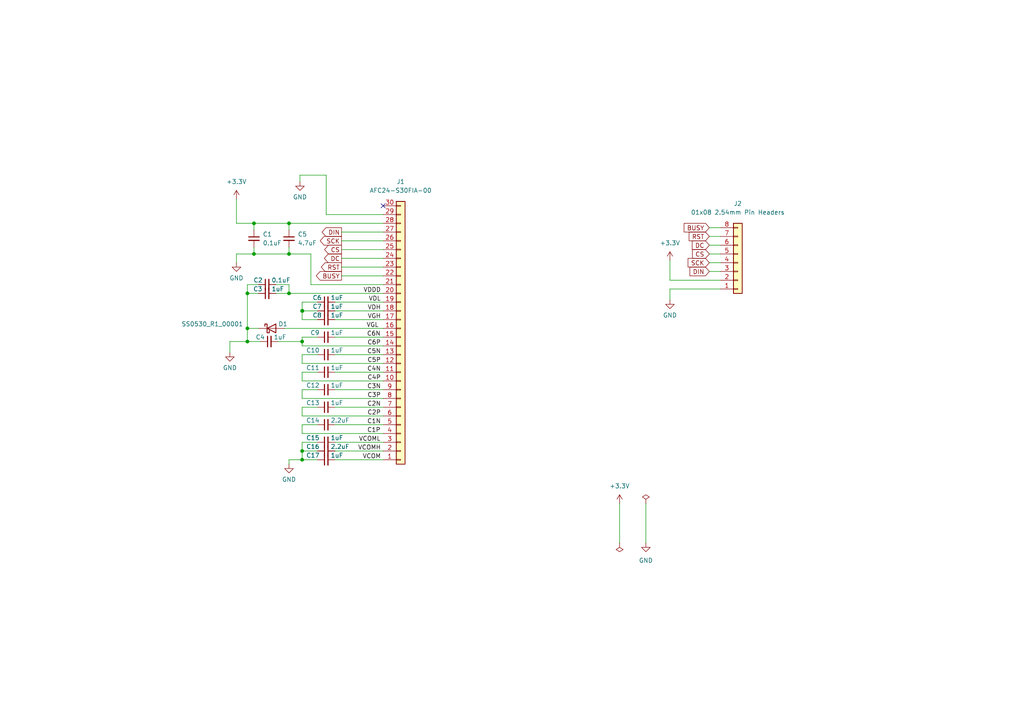
<source format=kicad_sch>
(kicad_sch (version 20211123) (generator eeschema)
  (paper "A4")
  (title_block (title "ALOIDIA Keyboard 1.02 inch e-Paper Display Module") (date "2022-07-09") (comment 1 "https://www.waveshare.com/1.02inch-e-paper.htm") (comment 2 "Datasheet: https://www.waveshare.com/w/upload/2/2b/1.02inch-e-Paper_Specification.pdf") (comment 3 "128×80, 1.02inch E-Ink Raw Display, Black/White Dual-Color, SPI Interface") (comment 4 "Author: Vincent Nguyen"))
  (lib_symbols
    (symbol "Connector_Generic:Conn_01x08" (pin_names (offset 1.016) hide)
      (property "Reference" "J" (at 0 10.16 0))
      (property "Value" "Conn_01x08" (at 0 -12.7 0))
      (symbol "Conn_01x08_1_1"
        (rectangle (start -1.27 -10.033) (end 0 -10.287) (stroke (width 0.1524)))
        (rectangle (start -1.27 -7.493) (end 0 -7.747) (stroke (width 0.1524)))
        (rectangle (start -1.27 -4.953) (end 0 -5.207) (stroke (width 0.1524)))
        (rectangle (start -1.27 -2.413) (end 0 -2.667) (stroke (width 0.1524)))
        (rectangle (start -1.27 0.127) (end 0 -0.127) (stroke (width 0.1524)))
        (rectangle (start -1.27 2.667) (end 0 2.413) (stroke (width 0.1524)))
        (rectangle (start -1.27 5.207) (end 0 4.953) (stroke (width 0.1524)))
        (rectangle (start -1.27 7.747) (end 0 7.493) (stroke (width 0.1524)))
        (rectangle (start -1.27 8.89) (end 1.27 -11.43) (stroke (width 0.254)) (fill (type background)))
        (pin passive line (at -5.08 7.62 0) (length 3.81) (name "Pin_1") (number "1"))
        (pin passive line (at -5.08 5.08 0) (length 3.81) (name "Pin_2") (number "2"))
        (pin passive line (at -5.08 2.54 0) (length 3.81) (name "Pin_3") (number "3"))
        (pin passive line (at -5.08 0 0) (length 3.81) (name "Pin_4") (number "4"))
        (pin passive line (at -5.08 -2.54 0) (length 3.81) (name "Pin_5") (number "5"))
        (pin passive line (at -5.08 -5.08 0) (length 3.81) (name "Pin_6") (number "6"))
        (pin passive line (at -5.08 -7.62 0) (length 3.81) (name "Pin_7") (number "7"))
        (pin passive line (at -5.08 -10.16 0) (length 3.81) (name "Pin_8") (number "8"))
      )
    )
    (symbol "Connector_Generic:Conn_01x30" (pin_names (offset 1.016) hide)
      (property "Reference" "J" (at 0 38.1 0))
      (property "Value" "Conn_01x30" (at 0 -40.64 0))
      (symbol "Conn_01x30_1_1"
        (rectangle (start -1.27 -37.973) (end 0 -38.227) (stroke (width 0.1524)))
        (rectangle (start -1.27 -35.433) (end 0 -35.687) (stroke (width 0.1524)))
        (rectangle (start -1.27 -32.893) (end 0 -33.147) (stroke (width 0.1524)))
        (rectangle (start -1.27 -30.353) (end 0 -30.607) (stroke (width 0.1524)))
        (rectangle (start -1.27 -27.813) (end 0 -28.067) (stroke (width 0.1524)))
        (rectangle (start -1.27 -25.273) (end 0 -25.527) (stroke (width 0.1524)))
        (rectangle (start -1.27 -22.733) (end 0 -22.987) (stroke (width 0.1524)))
        (rectangle (start -1.27 -20.193) (end 0 -20.447) (stroke (width 0.1524)))
        (rectangle (start -1.27 -17.653) (end 0 -17.907) (stroke (width 0.1524)))
        (rectangle (start -1.27 -15.113) (end 0 -15.367) (stroke (width 0.1524)))
        (rectangle (start -1.27 -12.573) (end 0 -12.827) (stroke (width 0.1524)))
        (rectangle (start -1.27 -10.033) (end 0 -10.287) (stroke (width 0.1524)))
        (rectangle (start -1.27 -7.493) (end 0 -7.747) (stroke (width 0.1524)))
        (rectangle (start -1.27 -4.953) (end 0 -5.207) (stroke (width 0.1524)))
        (rectangle (start -1.27 -2.413) (end 0 -2.667) (stroke (width 0.1524)))
        (rectangle (start -1.27 0.127) (end 0 -0.127) (stroke (width 0.1524)))
        (rectangle (start -1.27 2.667) (end 0 2.413) (stroke (width 0.1524)))
        (rectangle (start -1.27 5.207) (end 0 4.953) (stroke (width 0.1524)))
        (rectangle (start -1.27 7.747) (end 0 7.493) (stroke (width 0.1524)))
        (rectangle (start -1.27 10.287) (end 0 10.033) (stroke (width 0.1524)))
        (rectangle (start -1.27 12.827) (end 0 12.573) (stroke (width 0.1524)))
        (rectangle (start -1.27 15.367) (end 0 15.113) (stroke (width 0.1524)))
        (rectangle (start -1.27 17.907) (end 0 17.653) (stroke (width 0.1524)))
        (rectangle (start -1.27 20.447) (end 0 20.193) (stroke (width 0.1524)))
        (rectangle (start -1.27 22.987) (end 0 22.733) (stroke (width 0.1524)))
        (rectangle (start -1.27 25.527) (end 0 25.273) (stroke (width 0.1524)))
        (rectangle (start -1.27 28.067) (end 0 27.813) (stroke (width 0.1524)))
        (rectangle (start -1.27 30.607) (end 0 30.353) (stroke (width 0.1524)))
        (rectangle (start -1.27 33.147) (end 0 32.893) (stroke (width 0.1524)))
        (rectangle (start -1.27 35.687) (end 0 35.433) (stroke (width 0.1524)))
        (rectangle (start -1.27 36.83) (end 1.27 -39.37) (stroke (width 0.254)) (fill (type background)))
        (pin passive line (at -5.08 35.56 0) (length 3.81) (name "Pin_1") (number "1"))
        (pin passive line (at -5.08 12.7 0) (length 3.81) (name "Pin_10") (number "10"))
        (pin passive line (at -5.08 10.16 0) (length 3.81) (name "Pin_11") (number "11"))
        (pin passive line (at -5.08 7.62 0) (length 3.81) (name "Pin_12") (number "12"))
        (pin passive line (at -5.08 5.08 0) (length 3.81) (name "Pin_13") (number "13"))
        (pin passive line (at -5.08 2.54 0) (length 3.81) (name "Pin_14") (number "14"))
        (pin passive line (at -5.08 0 0) (length 3.81) (name "Pin_15") (number "15"))
        (pin passive line (at -5.08 -2.54 0) (length 3.81) (name "Pin_16") (number "16"))
        (pin passive line (at -5.08 -5.08 0) (length 3.81) (name "Pin_17") (number "17"))
        (pin passive line (at -5.08 -7.62 0) (length 3.81) (name "Pin_18") (number "18"))
        (pin passive line (at -5.08 -10.16 0) (length 3.81) (name "Pin_19") (number "19"))
        (pin passive line (at -5.08 33.02 0) (length 3.81) (name "Pin_2") (number "2"))
        (pin passive line (at -5.08 -12.7 0) (length 3.81) (name "Pin_20") (number "20"))
        (pin passive line (at -5.08 -15.24 0) (length 3.81) (name "Pin_21") (number "21"))
        (pin passive line (at -5.08 -17.78 0) (length 3.81) (name "Pin_22") (number "22"))
        (pin passive line (at -5.08 -20.32 0) (length 3.81) (name "Pin_23") (number "23"))
        (pin passive line (at -5.08 -22.86 0) (length 3.81) (name "Pin_24") (number "24"))
        (pin passive line (at -5.08 -25.4 0) (length 3.81) (name "Pin_25") (number "25"))
        (pin passive line (at -5.08 -27.94 0) (length 3.81) (name "Pin_26") (number "26"))
        (pin passive line (at -5.08 -30.48 0) (length 3.81) (name "Pin_27") (number "27"))
        (pin passive line (at -5.08 -33.02 0) (length 3.81) (name "Pin_28") (number "28"))
        (pin passive line (at -5.08 -35.56 0) (length 3.81) (name "Pin_29") (number "29"))
        (pin passive line (at -5.08 30.48 0) (length 3.81) (name "Pin_3") (number "3"))
        (pin passive line (at -5.08 -38.1 0) (length 3.81) (name "Pin_30") (number "30"))
        (pin passive line (at -5.08 27.94 0) (length 3.81) (name "Pin_4") (number "4"))
        (pin passive line (at -5.08 25.4 0) (length 3.81) (name "Pin_5") (number "5"))
        (pin passive line (at -5.08 22.86 0) (length 3.81) (name "Pin_6") (number "6"))
        (pin passive line (at -5.08 20.32 0) (length 3.81) (name "Pin_7") (number "7"))
        (pin passive line (at -5.08 17.78 0) (length 3.81) (name "Pin_8") (number "8"))
        (pin passive line (at -5.08 15.24 0) (length 3.81) (name "Pin_9") (number "9"))
      )
    )
    (symbol "Device:C_Small" (pin_numbers hide) (pin_names (offset 0.254) hide)
      (property "Reference" "C" (at 0.254 1.778 0))
      (property "Value" "C_Small" (at 0.254 -2.032 0))
      (symbol "C_Small_0_1"
        (polyline (pts (xy -1.524 -0.508) (xy 1.524 -0.508)) (stroke (width 0.3302)))
        (polyline (pts (xy -1.524 0.508) (xy 1.524 0.508)) (stroke (width 0.3048)))
      )
      (symbol "C_Small_1_1"
        (pin passive line (at 0 2.54 270) (length 2.032) (name "~") (number "1"))
        (pin passive line (at 0 -2.54 90) (length 2.032) (name "~") (number "2"))
      )
    )
    (symbol "Device:D_Schottky" (pin_numbers hide) (pin_names (offset 1.016) hide)
      (property "Reference" "D" (at 0 2.54 0))
      (property "Value" "D_Schottky" (at 0 -2.54 0))
      (symbol "D_Schottky_0_1"
        (polyline (pts (xy 1.27 0) (xy -1.27 0)))
        (polyline (pts (xy 1.27 1.27) (xy 1.27 -1.27) (xy -1.27 0) (xy 1.27 1.27)) (stroke (width 0.254)))
        (polyline (pts (xy -1.905 0.635) (xy -1.905 1.27) (xy -1.27 1.27) (xy -1.27 -1.27) (xy -0.635 -1.27) (xy -0.635 -0.635)) (stroke (width 0.254)))
      )
      (symbol "D_Schottky_1_1"
        (pin passive line (at -3.81 0 0) (length 2.54) (name "K") (number "1"))
        (pin passive line (at 3.81 0 180) (length 2.54) (name "A") (number "2"))
      )
    )
    (symbol "power:+3.3V" (power) (pin_names (offset 0))
      (property "Value" "+3.3V" (at 0 3.556 0))
      (symbol "+3.3V_0_1"
        (polyline (pts (xy -0.762 1.27) (xy 0 2.54)))
        (polyline (pts (xy 0 0) (xy 0 2.54)))
        (polyline (pts (xy 0 2.54) (xy 0.762 1.27)))
      )
      (symbol "+3.3V_1_1"
        (pin power_in line (at 0 0 90) (length 0) hide (name "+3.3V") (number "1"))
      )
    )
    (symbol "power:GND" (power) (pin_names (offset 0))
      (property "Value" "GND" (at 0 -3.81 0))
      (symbol "GND_0_1"
        (polyline (pts (xy 0 0) (xy 0 -1.27) (xy 1.27 -1.27) (xy 0 -2.54) (xy -1.27 -1.27) (xy 0 -1.27)))
      )
      (symbol "GND_1_1"
        (pin power_in line (at 0 0 270) (length 0) hide (name "GND") (number "1"))
      )
    )
    (symbol "power:PWR_FLAG" (power) (pin_numbers hide) (pin_names (offset 0) hide)
      (property "Value" "PWR_FLAG" (at 0 3.81 0))
      (symbol "PWR_FLAG_0_0"
        (pin power_out line (at 0 0 90) (length 0) (name "pwr") (number "1"))
      )
      (symbol "PWR_FLAG_0_1"
        (polyline (pts (xy 0 0) (xy 0 1.27) (xy -1.016 1.905) (xy 0 2.54) (xy 1.016 1.905) (xy 0 1.27)))
      )
    )
  )
  (junction (at 83.82 85.09))
  (junction (at 71.755 99.06))
  (junction (at 71.755 85.09))
  (junction (at 87.63 99.06))
  (junction (at 83.82 64.77))
  (junction (at 83.82 73.66))
  (junction (at 71.755 95.25))
  (junction (at 73.66 64.77))
  (junction (at 87.63 90.17))
  (junction (at 73.66 73.66))
  (junction (at 87.63 133.35))
  (junction (at 87.63 130.81))
  (junction (at 87.7011 90.17))
  (no_connect (at 111.125 59.69))
  (wire (pts (xy 99.06 67.31) (xy 111.125 67.31)))
  (wire (pts (xy 87.63 110.49) (xy 111.125 110.49)))
  (wire (pts (xy 71.755 85.09) (xy 74.93 85.09)))
  (wire (pts (xy 71.755 95.25) (xy 74.93 95.25)))
  (wire (pts (xy 97.155 87.63) (xy 111.125 87.63)))
  (wire (pts (xy 87.63 123.19) (xy 92.075 123.19)))
  (wire (pts (xy 90.17 82.55) (xy 111.125 82.55)))
  (wire (pts (xy 87.7011 90.17) (xy 92.075 90.17)))
  (wire (pts (xy 68.58 76.2) (xy 68.58 73.66)))
  (wire (pts (xy 80.01 82.55) (xy 83.82 82.55)))
  (wire (pts (xy 87.63 113.03) (xy 87.63 115.57)))
  (wire (pts (xy 68.58 73.66) (xy 73.66 73.66)))
  (wire (pts (xy 87.63 130.81) (xy 92.075 130.81)))
  (wire (pts (xy 99.06 80.01) (xy 111.125 80.01)))
  (wire (pts (xy 87.63 118.11) (xy 92.075 118.11)))
  (wire (pts (xy 97.155 92.71) (xy 111.125 92.71)))
  (wire (pts (xy 87.63 105.41) (xy 111.125 105.41)))
  (wire (pts (xy 208.915 73.66) (xy 205.74 73.66)))
  (wire (pts (xy 87.63 118.11) (xy 87.63 120.65)))
  (wire (pts (xy 97.155 90.17) (xy 111.125 90.17)))
  (wire (pts (xy 99.06 72.39) (xy 111.125 72.39)))
  (wire (pts (xy 66.675 99.06) (xy 71.755 99.06)))
  (wire (pts (xy 80.645 99.06) (xy 87.63 99.06)))
  (wire (pts (xy 83.82 134.62) (xy 83.82 133.35)))
  (wire (pts (xy 73.66 64.77) (xy 73.66 66.675)))
  (wire (pts (xy 97.155 130.81) (xy 111.125 130.81)))
  (wire (pts (xy 97.155 133.35) (xy 111.125 133.35)))
  (wire (pts (xy 71.755 99.06) (xy 75.565 99.06)))
  (wire (pts (xy 71.755 82.55) (xy 74.93 82.55)))
  (wire (pts (xy 87.63 120.65) (xy 111.125 120.65)))
  (wire (pts (xy 97.155 102.87) (xy 111.125 102.87)))
  (wire (pts (xy 73.66 71.755) (xy 73.66 73.66)))
  (wire (pts (xy 83.82 82.55) (xy 83.82 85.09)))
  (wire (pts (xy 187.325 146.05) (xy 187.325 157.48)))
  (wire (pts (xy 99.06 69.85) (xy 111.125 69.85)))
  (wire (pts (xy 97.155 118.11) (xy 111.125 118.11)))
  (wire (pts (xy 99.06 74.93) (xy 111.125 74.93)))
  (wire (pts (xy 87.63 92.71) (xy 92.075 92.71)))
  (wire (pts (xy 87.63 105.41) (xy 87.63 102.87)))
  (wire (pts (xy 87.63 128.27) (xy 92.075 128.27)))
  (wire (pts (xy 83.82 133.35) (xy 87.63 133.35)))
  (wire (pts (xy 208.915 68.58) (xy 205.74 68.58)))
  (wire (pts (xy 87.63 100.33) (xy 111.125 100.33)))
  (wire (pts (xy 99.06 77.47) (xy 111.125 77.47)))
  (wire (pts (xy 83.82 64.77) (xy 111.125 64.77)))
  (wire (pts (xy 87.63 123.19) (xy 87.63 125.73)))
  (wire (pts (xy 194.31 83.82) (xy 208.915 83.82)))
  (wire (pts (xy 86.995 50.8) (xy 94.615 50.8)))
  (wire (pts (xy 194.31 86.995) (xy 194.31 83.82)))
  (wire (pts (xy 208.915 66.04) (xy 205.74 66.04)))
  (wire (pts (xy 87.63 113.03) (xy 92.075 113.03)))
  (wire (pts (xy 90.17 82.55) (xy 90.17 73.66)))
  (wire (pts (xy 94.615 50.8) (xy 94.615 62.23)))
  (wire (pts (xy 97.155 107.95) (xy 111.125 107.95)))
  (wire (pts (xy 179.705 146.05) (xy 179.705 157.48)))
  (wire (pts (xy 87.63 90.17) (xy 87.63 87.63)))
  (wire (pts (xy 87.63 107.95) (xy 92.075 107.95)))
  (wire (pts (xy 83.82 64.77) (xy 83.82 66.675)))
  (wire (pts (xy 71.755 95.25) (xy 71.755 99.06)))
  (wire (pts (xy 87.63 102.87) (xy 92.075 102.87)))
  (wire (pts (xy 80.01 85.09) (xy 83.82 85.09)))
  (wire (pts (xy 97.155 123.19) (xy 111.125 123.19)))
  (wire (pts (xy 208.915 78.74) (xy 205.74 78.74)))
  (wire (pts (xy 94.615 62.23) (xy 111.125 62.23)))
  (wire (pts (xy 87.63 133.35) (xy 87.63 130.81)))
  (wire (pts (xy 83.82 85.09) (xy 111.125 85.09)))
  (wire (pts (xy 87.7011 90.17) (xy 87.63 90.17)))
  (wire (pts (xy 87.63 107.95) (xy 87.63 110.49)))
  (wire (pts (xy 87.63 133.35) (xy 92.075 133.35)))
  (wire (pts (xy 82.55 95.25) (xy 111.125 95.25)))
  (wire (pts (xy 68.58 64.77) (xy 73.66 64.77)))
  (wire (pts (xy 208.915 71.12) (xy 205.74 71.12)))
  (wire (pts (xy 97.155 97.79) (xy 111.125 97.79)))
  (wire (pts (xy 97.155 128.27) (xy 111.125 128.27)))
  (wire (pts (xy 87.63 100.33) (xy 87.63 99.06)))
  (wire (pts (xy 87.63 92.71) (xy 87.63 90.17)))
  (wire (pts (xy 97.155 113.03) (xy 111.125 113.03)))
  (wire (pts (xy 71.755 82.55) (xy 71.755 85.09)))
  (wire (pts (xy 87.63 87.63) (xy 92.075 87.63)))
  (wire (pts (xy 87.63 115.57) (xy 111.125 115.57)))
  (wire (pts (xy 87.63 130.81) (xy 87.63 128.27)))
  (wire (pts (xy 87.63 97.79) (xy 92.075 97.79)))
  (wire (pts (xy 208.915 81.28) (xy 194.31 81.28)))
  (wire (pts (xy 86.995 52.705) (xy 86.995 50.8)))
  (wire (pts (xy 71.755 85.09) (xy 71.755 95.25)))
  (wire (pts (xy 208.915 76.2) (xy 205.74 76.2)))
  (wire (pts (xy 73.66 73.66) (xy 83.82 73.66)))
  (wire (pts (xy 194.31 81.28) (xy 194.31 75.565)))
  (wire (pts (xy 73.66 64.77) (xy 83.82 64.77)))
  (wire (pts (xy 87.63 125.73) (xy 111.125 125.73)))
  (wire (pts (xy 90.17 73.66) (xy 83.82 73.66)))
  (wire (pts (xy 87.63 99.06) (xy 87.63 97.79)))
  (wire (pts (xy 68.58 57.785) (xy 68.58 64.77)))
  (wire (pts (xy 83.82 73.66) (xy 83.82 71.755)))
  (wire (pts (xy 66.675 102.235) (xy 66.675 99.06)))
  (label "C3N" (at 110.49 113.03 180))
  (label "C6N" (at 110.4189 97.79 180))
  (label "VCOM" (at 110.49 133.35 180))
  (label "VGH" (at 110.49 92.71 180))
  (label "C3P" (at 110.49 115.57 180))
  (label "VCOMH" (at 110.49 130.81 180))
  (label "C6P" (at 110.49 100.33 180))
  (label "C1P" (at 110.4189 125.73 180))
  (label "VDDD" (at 110.49 85.09 180))
  (label "VCOML" (at 110.4189 128.27 180))
  (label "VDH" (at 110.49 90.17 180))
  (label "VGL" (at 109.855 95.25 180))
  (label "VDL" (at 110.49 87.63 180))
  (label "C4N" (at 110.49 107.95 180))
  (label "C2P" (at 110.49 120.65 180))
  (label "C1N" (at 110.49 123.19 180))
  (label "C2N" (at 110.49 118.11 180))
  (label "C4P" (at 110.49 110.49 180))
  (label "C5P" (at 110.49 105.41 180))
  (label "C5N" (at 110.49 102.87 180))
  (global_label "CS" (shape input) (at 205.74 73.66 180) (property "Intersheet References" "${INTERSHEET_REFS}" (effects hide)))
  (global_label "BUSY" (shape output) (at 99.06 80.01 180) (property "Intersheet References" "${INTERSHEET_REFS}" (effects hide)))
  (global_label "BUSY" (shape input) (at 205.74 66.04 180) (property "Intersheet References" "${INTERSHEET_REFS}" (effects hide)))
  (global_label "RST" (shape input) (at 205.74 68.58 180) (property "Intersheet References" "${INTERSHEET_REFS}" (effects hide)))
  (global_label "DIN" (shape input) (at 205.74 78.74 180) (property "Intersheet References" "${INTERSHEET_REFS}" (effects hide)))
  (global_label "DC" (shape input) (at 205.74 71.12 180) (property "Intersheet References" "${INTERSHEET_REFS}" (effects hide)))
  (global_label "RST" (shape output) (at 99.06 77.47 180) (property "Intersheet References" "${INTERSHEET_REFS}" (effects hide)))
  (global_label "CS" (shape output) (at 99.06 72.39 180) (property "Intersheet References" "${INTERSHEET_REFS}" (effects hide)))
  (global_label "DIN" (shape output) (at 99.06 67.31 180) (property "Intersheet References" "${INTERSHEET_REFS}" (effects hide)))
  (global_label "SCK" (shape output) (at 99.06 69.85 180) (property "Intersheet References" "${INTERSHEET_REFS}" (effects hide)))
  (global_label "DC" (shape output) (at 99.06 74.93 180) (property "Intersheet References" "${INTERSHEET_REFS}" (effects hide)))
  (global_label "SCK" (shape input) (at 205.74 76.2 180) (property "Intersheet References" "${INTERSHEET_REFS}" (effects hide)))
  (symbol (lib_id "Device:C_Small") (at 83.82 69.215 0) (unit 1)
    (property "Reference" "C5" (at 86.36 67.9512 0) (effects (justify left)))
    (property "Value" "4.7uF" (at 86.36 70.4912 0) (effects (justify left)))
    (property "Footprint" "Capacitor_SMD:C_0603_1608Metric" (effects hide))
  )
  (symbol (lib_id "Device:C_Small") (at 94.615 107.95 90) (unit 1)
    (property "Reference" "C11" (at 92.71 106.68 90) (effects (justify left)))
    (property "Value" "1uF" (at 95.885 106.68 90) (effects (justify right)))
    (property "Footprint" "Capacitor_SMD:C_0603_1608Metric" (effects hide))
  )
  (symbol (lib_id "Device:C_Small") (at 94.615 123.19 90) (unit 1)
    (property "Reference" "C14" (at 92.71 121.92 90) (effects (justify left)))
    (property "Value" "2.2uF" (at 95.885 121.92 90) (effects (justify right)))
    (property "Footprint" "Capacitor_SMD:C_0603_1608Metric" (effects hide))
  )
  (symbol (lib_id "Device:C_Small") (at 94.615 97.79 90) (unit 1)
    (property "Reference" "C9" (at 92.71 96.52 90) (effects (justify left)))
    (property "Value" "1uF" (at 95.885 96.52 90) (effects (justify right)))
    (property "Footprint" "Capacitor_SMD:C_0603_1608Metric" (effects hide))
  )
  (symbol (lib_id "Device:C_Small") (at 94.615 130.81 90) (unit 1)
    (property "Reference" "C16" (at 92.71 129.54 90) (effects (justify left)))
    (property "Value" "2.2uF" (at 95.885 129.54 90) (effects (justify right)))
    (property "Footprint" "Capacitor_SMD:C_0603_1608Metric" (effects hide))
  )
  (symbol (lib_id "power:GND") (at 194.31 86.995 0) (mirror y) (unit 1)
    (property "Reference" "#PWR07" (effects hide))
    (property "Value" "GND" (at 194.31 91.44 0))
  )
  (symbol (lib_id "power:PWR_FLAG") (at 179.705 157.48 180) (unit 1)
    (property "Reference" "#FLG0101" (effects hide))
    (property "Value" "PWR_FLAG" (effects hide))
  )
  (symbol (lib_id "power:+3.3V") (at 68.58 57.785 0) (mirror y) (unit 1)
    (property "Reference" "#PWR0103" (effects hide))
    (property "Value" "+3.3V" (at 68.58 52.705 0))
  )
  (symbol (lib_id "power:PWR_FLAG") (at 187.325 146.05 0) (unit 1)
    (property "Reference" "#FLG0102" (effects hide))
    (property "Value" "PWR_FLAG" (effects hide))
  )
  (symbol (lib_id "Connector_Generic:Conn_01x30") (at 116.205 97.79 0) (mirror x) (unit 1)
    (property "Reference" "J1" (at 116.205 52.705 0))
    (property "Value" "AFC24-S30FIA-00" (at 116.205 55.245 0))
    (property "Footprint" "0_various:JUSHUO AFC24-S30FIC-00" (effects hide))
    (property "Datasheet" "https://datasheet.lcsc.com/lcsc/1811021329_JUSHUO-AFC24-S30FIA-00_C262685.pdf" (effects hide))
    (property "Manufacturer ref" "AFC24-S30FIA-00" (effects hide))
  )
  (symbol (lib_id "Device:C_Small") (at 94.615 113.03 90) (unit 1)
    (property "Reference" "C12" (at 92.71 111.76 90) (effects (justify left)))
    (property "Value" "1uF" (at 95.885 111.76 90) (effects (justify right)))
    (property "Footprint" "Capacitor_SMD:C_0603_1608Metric" (effects hide))
  )
  (symbol (lib_id "power:GND") (at 86.995 52.705 0) (unit 1)
    (property "Reference" "#PWR05" (effects hide))
    (property "Value" "GND" (at 86.995 57.15 0))
  )
  (symbol (lib_id "Device:C_Small") (at 73.66 69.215 0) (unit 1)
    (property "Reference" "C1" (at 76.2 67.9512 0) (effects (justify left)))
    (property "Value" "0.1uF" (at 76.2 70.4912 0) (effects (justify left)))
    (property "Footprint" "Capacitor_SMD:C_0603_1608Metric" (effects hide))
  )
  (symbol (lib_id "Device:C_Small") (at 77.47 82.55 90) (unit 1)
    (property "Reference" "C2" (at 76.2 81.28 90) (effects (justify left)))
    (property "Value" "0.1uF" (at 78.74 81.28 90) (effects (justify right)))
    (property "Footprint" "Capacitor_SMD:C_0603_1608Metric" (effects hide))
  )
  (symbol (lib_id "power:GND") (at 68.58 76.2 0) (unit 1)
    (property "Reference" "#PWR02" (effects hide))
    (property "Value" "GND" (at 68.58 80.645 0))
  )
  (symbol (lib_id "power:GND") (at 187.325 157.48 0) (unit 1)
    (property "Reference" "#PWR0101" (effects hide))
    (property "Value" "GND" (at 187.325 162.56 0))
  )
  (symbol (lib_id "power:+3.3V") (at 179.705 146.05 0) (mirror y) (unit 1)
    (property "Reference" "#PWR0102" (effects hide))
    (property "Value" "+3.3V" (at 179.705 140.97 0))
  )
  (symbol (lib_id "Connector_Generic:Conn_01x08") (at 213.995 76.2 0) (mirror x) (unit 1) (in_bom no)
    (property "Reference" "J2" (at 213.995 59.055 0))
    (property "Value" "01x08 2.54mm Pin Headers " (at 213.995 61.595 0))
    (property "Footprint" "Connector_PinHeader_2.54mm:PinHeader_1x08_P2.54mm_Vertical" (effects hide))
  )
  (symbol (lib_id "Device:C_Small") (at 94.615 133.35 90) (unit 1)
    (property "Reference" "C17" (at 92.71 132.08 90) (effects (justify left)))
    (property "Value" "1uF" (at 95.885 132.08 90) (effects (justify right)))
    (property "Footprint" "Capacitor_SMD:C_0603_1608Metric" (effects hide))
  )
  (symbol (lib_id "Device:C_Small") (at 94.615 90.17 90) (unit 1)
    (property "Reference" "C7" (at 93.345 88.9 90) (effects (justify left)))
    (property "Value" "1uF" (at 95.885 88.9 90) (effects (justify right)))
    (property "Footprint" "Capacitor_SMD:C_0603_1608Metric" (effects hide))
  )
  (symbol (lib_id "Device:C_Small") (at 94.615 92.71 90) (unit 1)
    (property "Reference" "C8" (at 93.345 91.44 90) (effects (justify left)))
    (property "Value" "1uF" (at 95.885 91.44 90) (effects (justify right)))
    (property "Footprint" "Capacitor_SMD:C_0603_1608Metric" (effects hide))
  )
  (symbol (lib_id "Device:C_Small") (at 94.615 128.27 90) (unit 1)
    (property "Reference" "C15" (at 92.71 127 90) (effects (justify left)))
    (property "Value" "1uF" (at 95.885 127 90) (effects (justify right)))
    (property "Footprint" "Capacitor_SMD:C_0603_1608Metric" (effects hide))
  )
  (symbol (lib_id "power:GND") (at 83.82 134.62 0) (unit 1)
    (property "Reference" "#PWR04" (effects hide))
    (property "Value" "GND" (at 83.82 139.065 0))
  )
  (symbol (lib_id "power:+3.3V") (at 194.31 75.565 0) (mirror y) (unit 1)
    (property "Reference" "#PWR06" (effects hide))
    (property "Value" "+3.3V" (at 194.31 70.485 0))
  )
  (symbol (lib_id "Device:D_Schottky") (at 78.74 95.25 0) (unit 1)
    (property "Reference" "D1" (at 80.7161 93.98 0) (effects (justify left)))
    (property "Value" "SS0530_R1_00001" (at 70.5561 93.98 0) (effects (justify right)))
    (property "Footprint" "Diode_SMD:D_SOD-123" (effects hide))
    (property "Datasheet" "https://www.mouser.ch/datasheet/2/1057/SS0520_SERIES-1877058.pdf" (effects hide))
    (property "Manufacturer ref" "SS0530_R1_00001" (effects hide))
    (property "Mouser ref" "241-SS0530_R1_00001" (effects hide))
  )
  (symbol (lib_id "Device:C_Small") (at 94.615 118.11 90) (unit 1)
    (property "Reference" "C13" (at 92.71 116.84 90) (effects (justify left)))
    (property "Value" "1uF" (at 95.885 116.84 90) (effects (justify right)))
    (property "Footprint" "Capacitor_SMD:C_0603_1608Metric" (effects hide))
  )
  (symbol (lib_id "power:GND") (at 66.675 102.235 0) (unit 1)
    (property "Reference" "#PWR03" (effects hide))
    (property "Value" "GND" (at 66.675 106.68 0))
  )
  (symbol (lib_id "Device:C_Small") (at 94.615 102.87 90) (unit 1)
    (property "Reference" "C10" (at 92.71 101.6 90) (effects (justify left)))
    (property "Value" "1uF" (at 95.885 101.6 90) (effects (justify right)))
    (property "Footprint" "Capacitor_SMD:C_0603_1608Metric" (effects hide))
  )
  (symbol (lib_id "Device:C_Small") (at 78.105 99.06 90) (unit 1)
    (property "Reference" "C4" (at 76.835 97.79 90) (effects (justify left)))
    (property "Value" "1uF" (at 79.375 97.79 90) (effects (justify right)))
    (property "Footprint" "Capacitor_SMD:C_0603_1608Metric" (effects hide))
  )
  (symbol (lib_id "Device:C_Small") (at 77.47 85.09 90) (unit 1)
    (property "Reference" "C3" (at 76.1289 83.82 90) (effects (justify left)))
    (property "Value" "1uF" (at 78.74 83.82 90) (effects (justify right)))
    (property "Footprint" "Capacitor_SMD:C_0603_1608Metric" (effects hide))
  )
  (symbol (lib_id "Device:C_Small") (at 94.615 87.63 90) (unit 1)
    (property "Reference" "C6" (at 93.345 86.36 90) (effects (justify left)))
    (property "Value" "1uF" (at 95.885 86.36 90) (effects (justify right)))
    (property "Footprint" "Capacitor_SMD:C_0603_1608Metric" (effects hide))
  )
)
</source>
